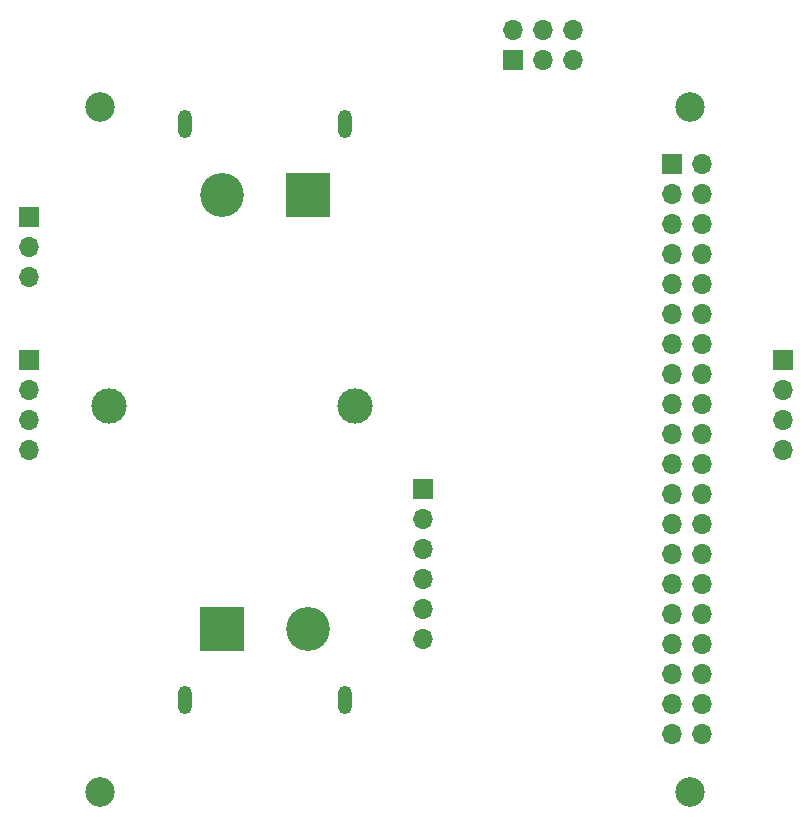
<source format=gbr>
%TF.GenerationSoftware,KiCad,Pcbnew,6.0.8-f2edbf62ab~116~ubuntu22.04.1*%
%TF.CreationDate,2022-11-02T14:53:59-04:00*%
%TF.ProjectId,Pi_HAT_V3,50695f48-4154-45f5-9633-2e6b69636164,rev?*%
%TF.SameCoordinates,Original*%
%TF.FileFunction,Soldermask,Top*%
%TF.FilePolarity,Negative*%
%FSLAX46Y46*%
G04 Gerber Fmt 4.6, Leading zero omitted, Abs format (unit mm)*
G04 Created by KiCad (PCBNEW 6.0.8-f2edbf62ab~116~ubuntu22.04.1) date 2022-11-02 14:53:59*
%MOMM*%
%LPD*%
G01*
G04 APERTURE LIST*
%ADD10R,1.700000X1.700000*%
%ADD11O,1.700000X1.700000*%
%ADD12C,2.500000*%
%ADD13R,3.716000X3.716000*%
%ADD14C,3.716000*%
%ADD15O,1.200000X2.400000*%
%ADD16C,3.000000*%
G04 APERTURE END LIST*
D10*
%TO.C,J3*%
X137475000Y-70525000D03*
D11*
X137475000Y-67985000D03*
X140015000Y-70525000D03*
X140015000Y-67985000D03*
X142555000Y-70525000D03*
X142555000Y-67985000D03*
%TD*%
D12*
%TO.C,H1*%
X152500000Y-74500000D03*
%TD*%
%TO.C,H2*%
X102500000Y-74500000D03*
%TD*%
%TO.C,H3*%
X102500000Y-132500000D03*
%TD*%
D10*
%TO.C,J1*%
X129900000Y-106900000D03*
D11*
X129900000Y-109440000D03*
X129900000Y-111980000D03*
X129900000Y-114520000D03*
X129900000Y-117060000D03*
X129900000Y-119600000D03*
%TD*%
D12*
%TO.C,H4*%
X152500000Y-132500000D03*
%TD*%
D10*
%TO.C,J2*%
X151000000Y-79400000D03*
D11*
X153540000Y-79400000D03*
X151000000Y-81940000D03*
X153540000Y-81940000D03*
X151000000Y-84480000D03*
X153540000Y-84480000D03*
X151000000Y-87020000D03*
X153540000Y-87020000D03*
X151000000Y-89560000D03*
X153540000Y-89560000D03*
X151000000Y-92100000D03*
X153540000Y-92100000D03*
X151000000Y-94640000D03*
X153540000Y-94640000D03*
X151000000Y-97180000D03*
X153540000Y-97180000D03*
X151000000Y-99720000D03*
X153540000Y-99720000D03*
X151000000Y-102260000D03*
X153540000Y-102260000D03*
X151000000Y-104800000D03*
X153540000Y-104800000D03*
X151000000Y-107340000D03*
X153540000Y-107340000D03*
X151000000Y-109880000D03*
X153540000Y-109880000D03*
X151000000Y-112420000D03*
X153540000Y-112420000D03*
X151000000Y-114960000D03*
X153540000Y-114960000D03*
X151000000Y-117500000D03*
X153540000Y-117500000D03*
X151000000Y-120040000D03*
X153540000Y-120040000D03*
X151000000Y-122580000D03*
X153540000Y-122580000D03*
X151000000Y-125120000D03*
X153540000Y-125120000D03*
X151000000Y-127660000D03*
X153540000Y-127660000D03*
%TD*%
D10*
%TO.C,J4*%
X96550000Y-96000000D03*
D11*
X96550000Y-98540000D03*
X96550000Y-101080000D03*
X96550000Y-103620000D03*
%TD*%
D13*
%TO.C,J5*%
X120100000Y-82000000D03*
D14*
X112900000Y-82000000D03*
D15*
X123250000Y-76000000D03*
X109750000Y-76000000D03*
%TD*%
D13*
%TO.C,J8*%
X112900000Y-118750000D03*
D14*
X120100000Y-118750000D03*
D15*
X109750000Y-124750000D03*
X123250000Y-124750000D03*
%TD*%
D16*
%TO.C,L2*%
X103300000Y-99850000D03*
X124100000Y-99850000D03*
%TD*%
D10*
%TO.C,J6*%
X160350000Y-96000000D03*
D11*
X160350000Y-98540000D03*
X160350000Y-101080000D03*
X160350000Y-103620000D03*
%TD*%
D10*
%TO.C,J7*%
X96550000Y-83875000D03*
D11*
X96550000Y-86415000D03*
X96550000Y-88955000D03*
%TD*%
M02*

</source>
